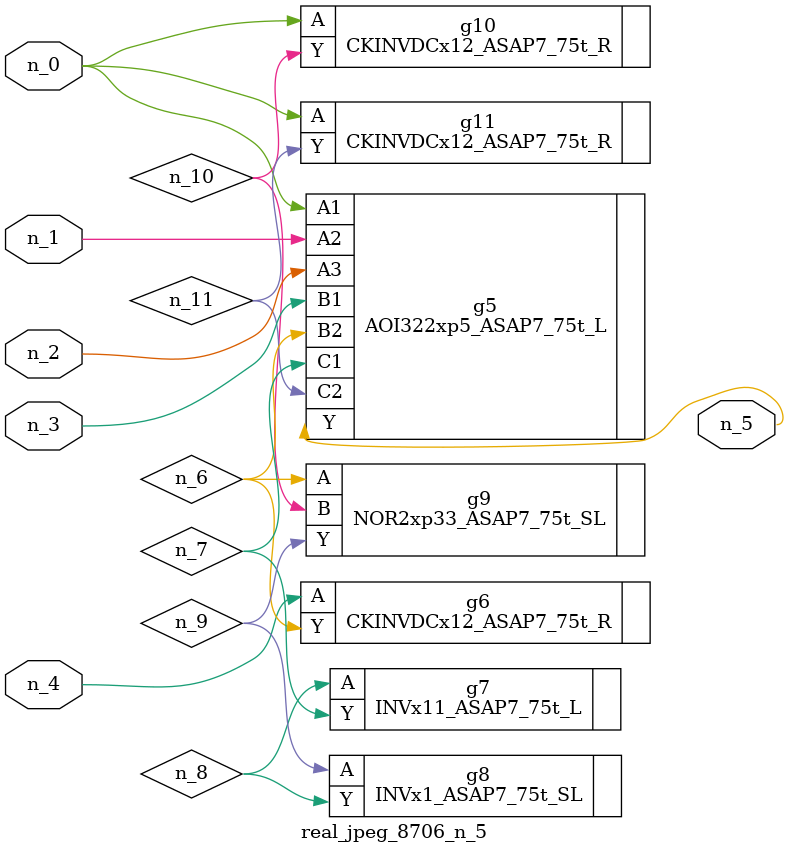
<source format=v>
module real_jpeg_8706_n_5 (n_4, n_0, n_1, n_2, n_3, n_5);

input n_4;
input n_0;
input n_1;
input n_2;
input n_3;

output n_5;

wire n_8;
wire n_11;
wire n_6;
wire n_7;
wire n_10;
wire n_9;

AOI322xp5_ASAP7_75t_L g5 ( 
.A1(n_0),
.A2(n_1),
.A3(n_2),
.B1(n_3),
.B2(n_6),
.C1(n_7),
.C2(n_11),
.Y(n_5)
);

CKINVDCx12_ASAP7_75t_R g10 ( 
.A(n_0),
.Y(n_10)
);

CKINVDCx12_ASAP7_75t_R g11 ( 
.A(n_0),
.Y(n_11)
);

CKINVDCx12_ASAP7_75t_R g6 ( 
.A(n_4),
.Y(n_6)
);

NOR2xp33_ASAP7_75t_SL g9 ( 
.A(n_6),
.B(n_10),
.Y(n_9)
);

INVx11_ASAP7_75t_L g7 ( 
.A(n_8),
.Y(n_7)
);

INVx1_ASAP7_75t_SL g8 ( 
.A(n_9),
.Y(n_8)
);


endmodule
</source>
